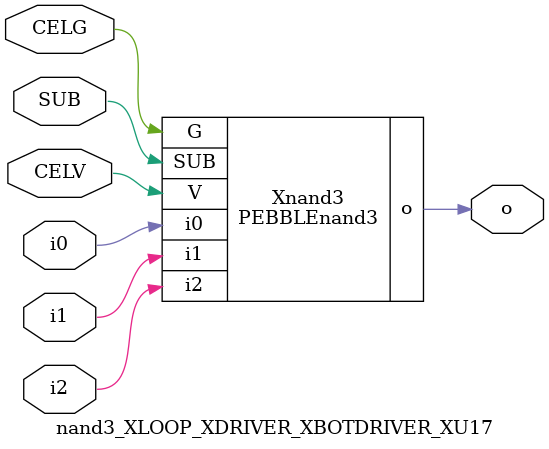
<source format=v>



module PEBBLEnand3 ( o, G, SUB, V, i0, i1, i2 );

  input i0;
  input V;
  input i2;
  input i1;
  input G;
  output o;
  input SUB;
endmodule

//Celera Confidential Do Not Copy nand3_XLOOP_XDRIVER_XBOTDRIVER_XU17
//Celera Confidential Symbol Generator
//5V Inverter
module nand3_XLOOP_XDRIVER_XBOTDRIVER_XU17 (CELV,CELG,i0,i1,i2,o,SUB);
input CELV;
input CELG;
input i0;
input i1;
input i2;
input SUB;
output o;

//Celera Confidential Do Not Copy nand3
PEBBLEnand3 Xnand3(
.V (CELV),
.i0 (i0),
.i1 (i1),
.i2 (i2),
.o (o),
.SUB (SUB),
.G (CELG)
);
//,diesize,PEBBLEnand3

//Celera Confidential Do Not Copy Module End
//Celera Schematic Generator
endmodule

</source>
